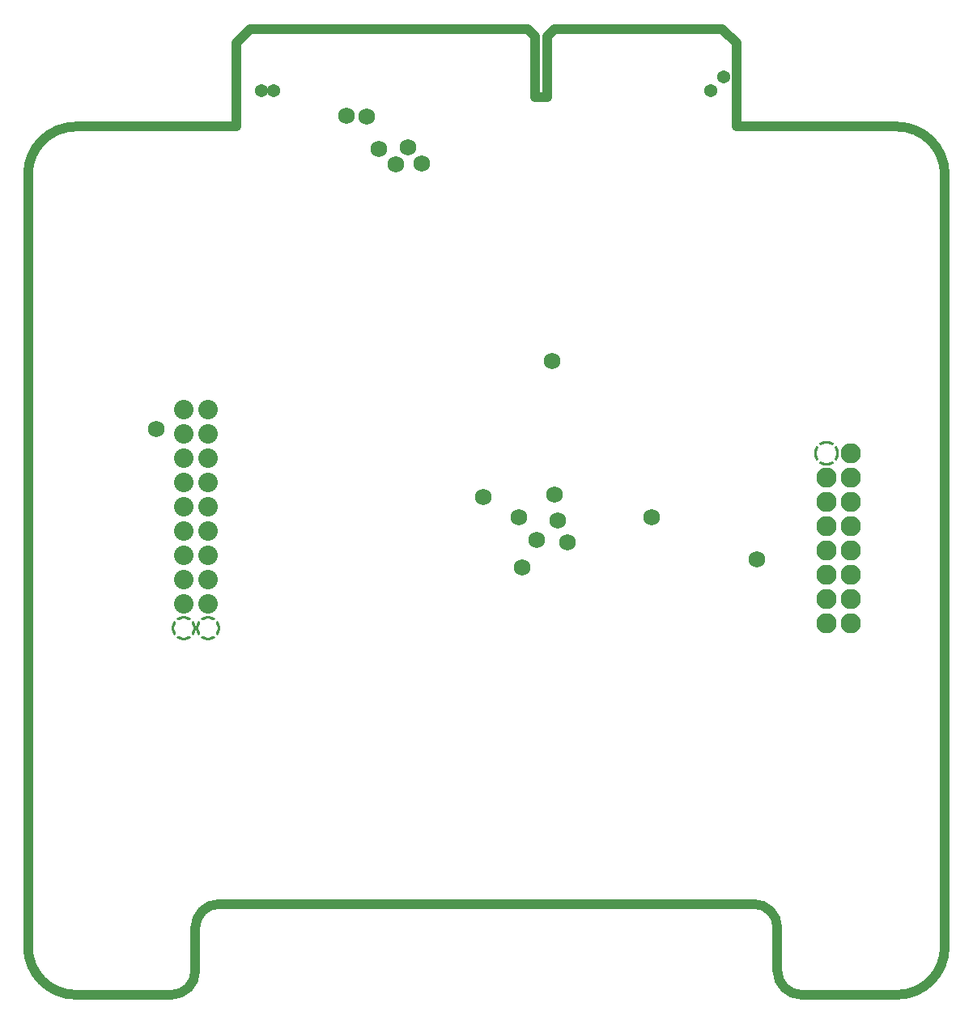
<source format=gbr>
%TF.GenerationSoftware,Altium Limited,Altium Designer,23.3.1 (30)*%
G04 Layer_Physical_Order=2*
G04 Layer_Color=32768*
%FSLAX45Y45*%
%MOMM*%
%TF.SameCoordinates,1C6A76D4-FC78-4FE7-9AFF-FEA26D458E01*%
%TF.FilePolarity,Negative*%
%TF.FileFunction,Copper,L2,Inr,Plane*%
%TF.Part,Single*%
G01*
G75*
%TA.AperFunction,NonConductor*%
%ADD37C,1.01600*%
%TA.AperFunction,ComponentPad*%
%ADD38C,2.10820*%
G04:AMPARAMS|DCode=39|XSize=2.6162mm|YSize=2.6162mm|CornerRadius=0mm|HoleSize=0mm|Usage=FLASHONLY|Rotation=0.000|XOffset=0mm|YOffset=0mm|HoleType=Round|Shape=Relief|Width=0.254mm|Gap=0.254mm|Entries=4|*
%AMTHD39*
7,0,0,2.61620,2.10820,0.25400,45*
%
%ADD39THD39*%
%ADD40C,2.03600*%
G04:AMPARAMS|DCode=41|XSize=2.544mm|YSize=2.544mm|CornerRadius=0mm|HoleSize=0mm|Usage=FLASHONLY|Rotation=0.000|XOffset=0mm|YOffset=0mm|HoleType=Round|Shape=Relief|Width=0.254mm|Gap=0.254mm|Entries=4|*
%AMTHD41*
7,0,0,2.54400,2.03600,0.25400,45*
%
%ADD41THD41*%
%TA.AperFunction,ViaPad*%
%ADD42C,1.72720*%
%ADD43C,1.37200*%
%ADD44C,1.72700*%
D37*
Y500000D02*
G03*
X500000Y0I500000J0D01*
G01*
Y9080500D02*
G03*
X0Y8580500I0J-500000D01*
G01*
X9588500D02*
G03*
X9088500Y9080500I-500000J0D01*
G01*
Y0D02*
G03*
X9588500Y500000I0J500000D01*
G01*
X7838500Y250000D02*
G03*
X8088500Y0I250000J0D01*
G01*
X7838500Y700000D02*
G03*
X7588500Y950000I-250000J0D01*
G01*
X2000000D02*
G03*
X1750000Y700000I0J-250000D01*
G01*
X1500000Y0D02*
G03*
X1750000Y250000I-0J250000D01*
G01*
X500000Y9080500D02*
X2176750D01*
X2176700Y9951700D02*
X2176750Y9080500D01*
X2176700Y9951700D02*
X2326700Y10101500D01*
X5228700D01*
X5303700Y10026500D01*
X5303750Y9385500D01*
X5427700D01*
Y10026500D01*
X5502700Y10101500D01*
X7261700D01*
X7411700Y9951700D01*
Y9080500D02*
Y9951700D01*
Y9080500D02*
X9088500D01*
X0Y500000D02*
Y8580500D01*
X9588500Y500000D02*
Y8580500D01*
X8088500Y0D02*
X9088500D01*
X7838500Y250000D02*
Y700000D01*
X2000000Y950000D02*
X7588500D01*
X1750000Y250000D02*
X1750000Y700000D01*
X500000Y0D02*
X1500000D01*
D38*
X8604000Y3886000D02*
D03*
X8350000D02*
D03*
X8604000Y4140000D02*
D03*
X8350000D02*
D03*
X8604000Y4394000D02*
D03*
X8350000D02*
D03*
X8604000Y4648000D02*
D03*
X8350000D02*
D03*
X8604000Y4902000D02*
D03*
X8350000D02*
D03*
X8604000Y5156000D02*
D03*
X8350000D02*
D03*
X8604000Y5410000D02*
D03*
X8350000D02*
D03*
X8604000Y5664000D02*
D03*
D39*
X8350000D02*
D03*
D40*
X1630000Y6122000D02*
D03*
X1884000D02*
D03*
X1630000Y5868000D02*
D03*
X1884000D02*
D03*
X1630000Y5614000D02*
D03*
X1884000D02*
D03*
X1630000Y5360000D02*
D03*
X1884000D02*
D03*
X1630000Y5106000D02*
D03*
X1884000D02*
D03*
X1630000Y4852000D02*
D03*
X1884000D02*
D03*
X1630000Y4598000D02*
D03*
X1884000D02*
D03*
X1630000Y4344000D02*
D03*
X1884000D02*
D03*
X1630000Y4090000D02*
D03*
X1884000D02*
D03*
D41*
X1630000Y3836000D02*
D03*
X1884000D02*
D03*
D42*
X1340000Y5915255D02*
D03*
X5485000Y6627500D02*
D03*
X4120000Y8690000D02*
D03*
X3977500Y8860000D02*
D03*
X3845000Y8682500D02*
D03*
X3542500Y9185000D02*
D03*
X5317500Y4755000D02*
D03*
X4760000Y5210000D02*
D03*
X5640000Y4730000D02*
D03*
X3330000Y9190000D02*
D03*
X3670000Y8850000D02*
D03*
X5170000Y4470000D02*
D03*
X5133900Y4990000D02*
D03*
X7620000Y4556600D02*
D03*
X6520000Y4997322D02*
D03*
D43*
X7143700Y9460000D02*
D03*
X7275950Y9603885D02*
D03*
X2444700Y9460000D02*
D03*
X2571700D02*
D03*
D44*
X5510000Y5230000D02*
D03*
X5540000Y4960000D02*
D03*
%TF.MD5,666b908bc1b4adfb73f18ba8face3c88*%
M02*

</source>
